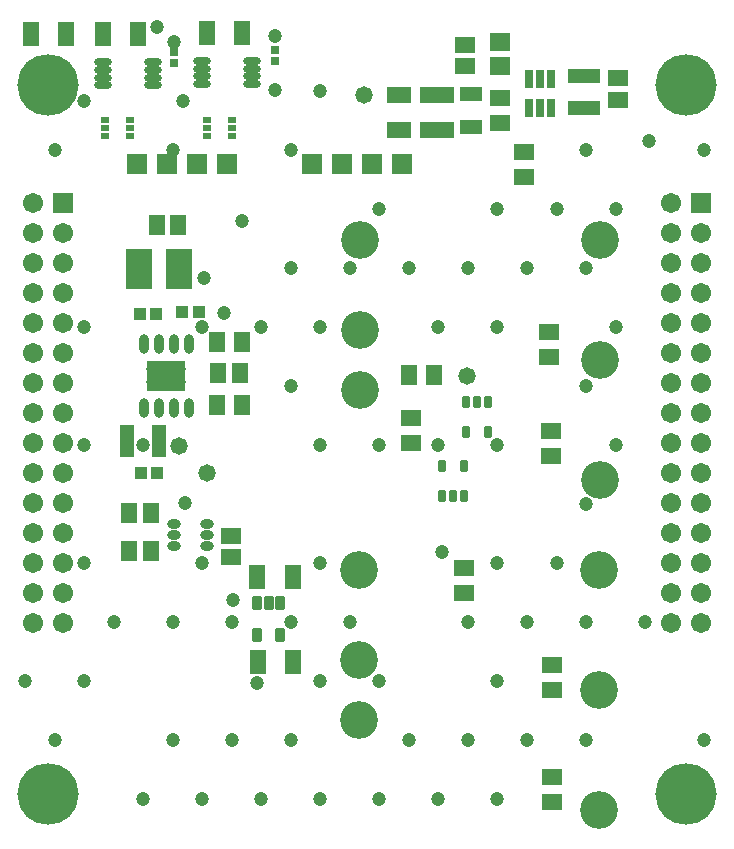
<source format=gbr>
G04 Layer_Color=16711935*
%FSLAX26Y26*%
%MOIN*%
%TF.FileFunction,Soldermask,Bot*%
%TF.Part,Single*%
G01*
G75*
%TA.AperFunction,ComponentPad*%
%ADD59R,0.068000X0.068000*%
%ADD60C,0.067055*%
%ADD61R,0.067055X0.067055*%
%ADD62C,0.126110*%
%TA.AperFunction,ViaPad*%
%ADD63C,0.204850*%
%ADD64C,0.047370*%
%ADD65C,0.058000*%
%TA.AperFunction,SMDPad,CuDef*%
%ADD69R,0.067055X0.057213*%
%ADD70O,0.031622X0.065087*%
%ADD71R,0.130047X0.102488*%
%ADD72R,0.031622X0.023748*%
%ADD73R,0.110362X0.051307*%
%ADD74R,0.065087X0.053276*%
%ADD75R,0.069024X0.061150*%
%ADD76R,0.029654X0.025716*%
%ADD77R,0.029654X0.059181*%
%ADD78R,0.053276X0.065087*%
%ADD79R,0.053276X0.078866*%
G04:AMPARAMS|DCode=80|XSize=31.622mil|YSize=47.37mil|CornerRadius=6.008mil|HoleSize=0mil|Usage=FLASHONLY|Rotation=180.000|XOffset=0mil|YOffset=0mil|HoleType=Round|Shape=RoundedRectangle|*
%AMROUNDEDRECTD80*
21,1,0.031622,0.035354,0,0,180.0*
21,1,0.019606,0.047370,0,0,180.0*
1,1,0.012016,-0.009803,0.017677*
1,1,0.012016,0.009803,0.017677*
1,1,0.012016,0.009803,-0.017677*
1,1,0.012016,-0.009803,-0.017677*
%
%ADD80ROUNDEDRECTD80*%
%ADD81O,0.059181X0.025716*%
%ADD82R,0.074929X0.045402*%
%ADD83R,0.114299X0.053276*%
%ADD84R,0.078866X0.053276*%
%ADD85O,0.045402X0.031622*%
%ADD86R,0.039496X0.043433*%
%ADD87R,0.051307X0.110362*%
%ADD88R,0.086740X0.133984*%
%ADD89R,0.057213X0.067055*%
G04:AMPARAMS|DCode=90|XSize=29.654mil|YSize=39.496mil|CornerRadius=5.949mil|HoleSize=0mil|Usage=FLASHONLY|Rotation=0.000|XOffset=0mil|YOffset=0mil|HoleType=Round|Shape=RoundedRectangle|*
%AMROUNDEDRECTD90*
21,1,0.029654,0.027599,0,0,0.0*
21,1,0.017756,0.039496,0,0,0.0*
1,1,0.011898,0.008878,-0.013799*
1,1,0.011898,-0.008878,-0.013799*
1,1,0.011898,-0.008878,0.013799*
1,1,0.011898,0.008878,0.013799*
%
%ADD90ROUNDEDRECTD90*%
D59*
X597442Y2100000D02*
D03*
X497442D02*
D03*
X397442D02*
D03*
X297442D02*
D03*
X1178976D02*
D03*
X1078976D02*
D03*
X978976D02*
D03*
X878976D02*
D03*
D60*
X2075984Y568504D02*
D03*
X2175984D02*
D03*
X2075984Y668504D02*
D03*
X2175984D02*
D03*
X2075984Y768504D02*
D03*
X2175984D02*
D03*
X2075984Y868504D02*
D03*
X2175984D02*
D03*
X2075984Y968504D02*
D03*
X2175984D02*
D03*
X2075984Y1068504D02*
D03*
X2175984D02*
D03*
X2075984Y1168504D02*
D03*
X2175984D02*
D03*
X2075984Y1268504D02*
D03*
X2175984D02*
D03*
X2075984Y1368504D02*
D03*
X2175984D02*
D03*
X2075984Y1468504D02*
D03*
X2175984D02*
D03*
X2075984Y1568504D02*
D03*
X2175984D02*
D03*
X2075984Y1668504D02*
D03*
X2175984D02*
D03*
X2075984Y1768504D02*
D03*
X2175984D02*
D03*
X2075984Y1868504D02*
D03*
X2175984D02*
D03*
X2075984Y1968504D02*
D03*
X-50000Y568504D02*
D03*
X50000D02*
D03*
X-50000Y668504D02*
D03*
X50000D02*
D03*
X-50000Y768504D02*
D03*
X50000D02*
D03*
X-50000Y868504D02*
D03*
X50000D02*
D03*
X-50000Y968504D02*
D03*
X50000D02*
D03*
X-50000Y1068504D02*
D03*
X50000D02*
D03*
X-50000Y1168504D02*
D03*
X50000D02*
D03*
X-50000Y1268504D02*
D03*
X50000D02*
D03*
X-50000Y1368504D02*
D03*
X50000D02*
D03*
X-50000Y1468504D02*
D03*
X50000D02*
D03*
X-50000Y1568504D02*
D03*
X50000D02*
D03*
X-50000Y1668504D02*
D03*
X50000D02*
D03*
X-50000Y1768504D02*
D03*
X50000D02*
D03*
X-50000Y1868504D02*
D03*
X50000D02*
D03*
X-50000Y1968504D02*
D03*
D61*
X2175984D02*
D03*
X50000D02*
D03*
D62*
X1840000Y1447000D02*
D03*
X1040000Y1847000D02*
D03*
Y1547000D02*
D03*
Y1347000D02*
D03*
X1840000Y1847000D02*
D03*
Y1047000D02*
D03*
X1835000Y-53000D02*
D03*
Y747000D02*
D03*
X1035000Y247000D02*
D03*
Y447000D02*
D03*
Y747000D02*
D03*
X1835000Y347000D02*
D03*
D63*
X2125985Y2362204D02*
D03*
X0D02*
D03*
X2125984Y0D02*
D03*
X0D02*
D03*
D64*
X120000Y2308276D02*
D03*
X755985Y2526500D02*
D03*
X420000Y2505345D02*
D03*
X350000Y1415000D02*
D03*
Y1371692D02*
D03*
X393308Y1415000D02*
D03*
Y1371692D02*
D03*
X436614Y1415000D02*
D03*
Y1371692D02*
D03*
X2186473Y2147788D02*
D03*
Y179284D02*
D03*
X1891198Y1950937D02*
D03*
Y1557236D02*
D03*
Y1163536D02*
D03*
X1989623Y572984D02*
D03*
X1792772Y2147788D02*
D03*
X1694347Y1950937D02*
D03*
X1792772Y1754087D02*
D03*
Y1360386D02*
D03*
Y966685D02*
D03*
X1694347Y769835D02*
D03*
X1792772Y572984D02*
D03*
Y179284D02*
D03*
X1497497Y1950937D02*
D03*
X1595922Y1754087D02*
D03*
X1497497Y1557236D02*
D03*
Y1163536D02*
D03*
Y769835D02*
D03*
X1595922Y572984D02*
D03*
X1497497Y376134D02*
D03*
X1595922Y179284D02*
D03*
X1497497Y-17567D02*
D03*
X1399072Y1754087D02*
D03*
X1300646Y1557236D02*
D03*
Y1163536D02*
D03*
X1399072Y572984D02*
D03*
Y179284D02*
D03*
X1300646Y-17567D02*
D03*
X1103796Y1950937D02*
D03*
X1202221Y1754087D02*
D03*
X1103796Y1163536D02*
D03*
Y376134D02*
D03*
X1202221Y179284D02*
D03*
X1103796Y-17567D02*
D03*
X906946Y2344638D02*
D03*
X1005371Y1754087D02*
D03*
X906946Y1557236D02*
D03*
Y1163536D02*
D03*
Y769835D02*
D03*
X1005371Y572984D02*
D03*
X906946Y376134D02*
D03*
Y-17567D02*
D03*
X808520Y2147788D02*
D03*
Y1754087D02*
D03*
X710095Y1557236D02*
D03*
X808520Y1360386D02*
D03*
Y572984D02*
D03*
Y179284D02*
D03*
X710095Y-17567D02*
D03*
X513245Y1557236D02*
D03*
Y769835D02*
D03*
X611670Y572984D02*
D03*
Y179284D02*
D03*
X513245Y-17567D02*
D03*
X414820Y2147788D02*
D03*
X316394Y1163536D02*
D03*
X414820Y572984D02*
D03*
Y179284D02*
D03*
X316394Y-17567D02*
D03*
X119544Y1557236D02*
D03*
Y1163536D02*
D03*
Y769835D02*
D03*
X217969Y572984D02*
D03*
X119544Y376134D02*
D03*
X21119Y2147788D02*
D03*
X-77306Y376134D02*
D03*
X21119Y179284D02*
D03*
X450000Y2310000D02*
D03*
X587440Y1603348D02*
D03*
X520000Y1720000D02*
D03*
X645000Y1910000D02*
D03*
X755985Y2345000D02*
D03*
X360985Y2555000D02*
D03*
X695985Y370000D02*
D03*
X1310985Y805000D02*
D03*
X2000985Y2175000D02*
D03*
X615985Y645000D02*
D03*
X455985Y970000D02*
D03*
D65*
X437357Y1160000D02*
D03*
X528662Y1069362D02*
D03*
X1395985Y1393346D02*
D03*
X1050985Y2330000D02*
D03*
D69*
X1385000Y753338D02*
D03*
Y670662D02*
D03*
X1505000Y2235662D02*
D03*
Y2318338D02*
D03*
X1585000Y2055662D02*
D03*
Y2138338D02*
D03*
X1675000Y1208338D02*
D03*
Y1125662D02*
D03*
X1670000Y1538338D02*
D03*
Y1455662D02*
D03*
X1680000Y56338D02*
D03*
Y-26338D02*
D03*
X1680000Y428338D02*
D03*
Y345662D02*
D03*
X1210000Y1253338D02*
D03*
Y1170662D02*
D03*
D70*
X318308Y1500630D02*
D03*
X368308D02*
D03*
X418308D02*
D03*
X468308D02*
D03*
X318308Y1286062D02*
D03*
X368308D02*
D03*
X418308D02*
D03*
X468308D02*
D03*
D71*
X393308Y1393346D02*
D03*
D72*
X528662Y2245590D02*
D03*
Y2220000D02*
D03*
Y2194410D02*
D03*
X611338D02*
D03*
Y2220000D02*
D03*
Y2245590D02*
D03*
X188662D02*
D03*
Y2220000D02*
D03*
Y2194410D02*
D03*
X271338D02*
D03*
Y2220000D02*
D03*
Y2245590D02*
D03*
D73*
X1785000Y2286850D02*
D03*
Y2393150D02*
D03*
D74*
X1900000Y2314566D02*
D03*
Y2385432D02*
D03*
X1390000Y2497432D02*
D03*
Y2426566D02*
D03*
X610944Y860708D02*
D03*
Y789842D02*
D03*
D75*
X1505000Y2506370D02*
D03*
Y2427630D02*
D03*
D76*
X757000Y2444284D02*
D03*
Y2479716D02*
D03*
X420000Y2437284D02*
D03*
Y2472716D02*
D03*
D77*
X1677402Y2382244D02*
D03*
X1640000D02*
D03*
X1602598D02*
D03*
Y2287756D02*
D03*
X1640000D02*
D03*
X1677402D02*
D03*
D78*
X341417Y810002D02*
D03*
X270551D02*
D03*
X341417Y935000D02*
D03*
X270551D02*
D03*
X567442Y1403346D02*
D03*
X638308D02*
D03*
X362874Y1895630D02*
D03*
X433740D02*
D03*
D79*
X697946Y440000D02*
D03*
X816056D02*
D03*
X696946Y722000D02*
D03*
X815056D02*
D03*
X299056Y2533500D02*
D03*
X180946D02*
D03*
X-59054Y2533000D02*
D03*
X59056D02*
D03*
X646496Y2536840D02*
D03*
X528386D02*
D03*
D80*
X697598Y529866D02*
D03*
X772402D02*
D03*
Y638134D02*
D03*
X735000D02*
D03*
X697598D02*
D03*
D81*
X512324Y2366614D02*
D03*
Y2392204D02*
D03*
Y2417796D02*
D03*
Y2443386D02*
D03*
X677678Y2366614D02*
D03*
Y2392204D02*
D03*
Y2417796D02*
D03*
Y2443386D02*
D03*
X182324Y2361614D02*
D03*
Y2387204D02*
D03*
Y2412796D02*
D03*
Y2438386D02*
D03*
X347678Y2361614D02*
D03*
Y2387204D02*
D03*
Y2412796D02*
D03*
Y2438386D02*
D03*
D82*
X1410000Y2221882D02*
D03*
Y2332118D02*
D03*
D83*
X1295000Y2331054D02*
D03*
Y2212944D02*
D03*
D84*
X1170000D02*
D03*
Y2331054D02*
D03*
D85*
X420242Y825740D02*
D03*
Y863140D02*
D03*
Y900542D02*
D03*
X528510Y825740D02*
D03*
Y863140D02*
D03*
Y900542D02*
D03*
D86*
X305316Y1598346D02*
D03*
X360434D02*
D03*
X363544Y1068504D02*
D03*
X308426D02*
D03*
X447442Y1607000D02*
D03*
X502560D02*
D03*
D87*
X262834Y1174999D02*
D03*
X369134D02*
D03*
D88*
X434804Y1748346D02*
D03*
X300946D02*
D03*
D89*
X563662Y1297000D02*
D03*
X646338D02*
D03*
Y1507000D02*
D03*
X563662D02*
D03*
X1286338Y1397000D02*
D03*
X1203662D02*
D03*
D90*
X1387402Y1092196D02*
D03*
X1312598D02*
D03*
Y991802D02*
D03*
X1350000D02*
D03*
X1387402D02*
D03*
X1392598Y1206804D02*
D03*
X1467402D02*
D03*
Y1307196D02*
D03*
X1430000D02*
D03*
X1392598D02*
D03*
%TF.MD5,700a0a84601ff60363a0152a831389ba*%
M02*

</source>
